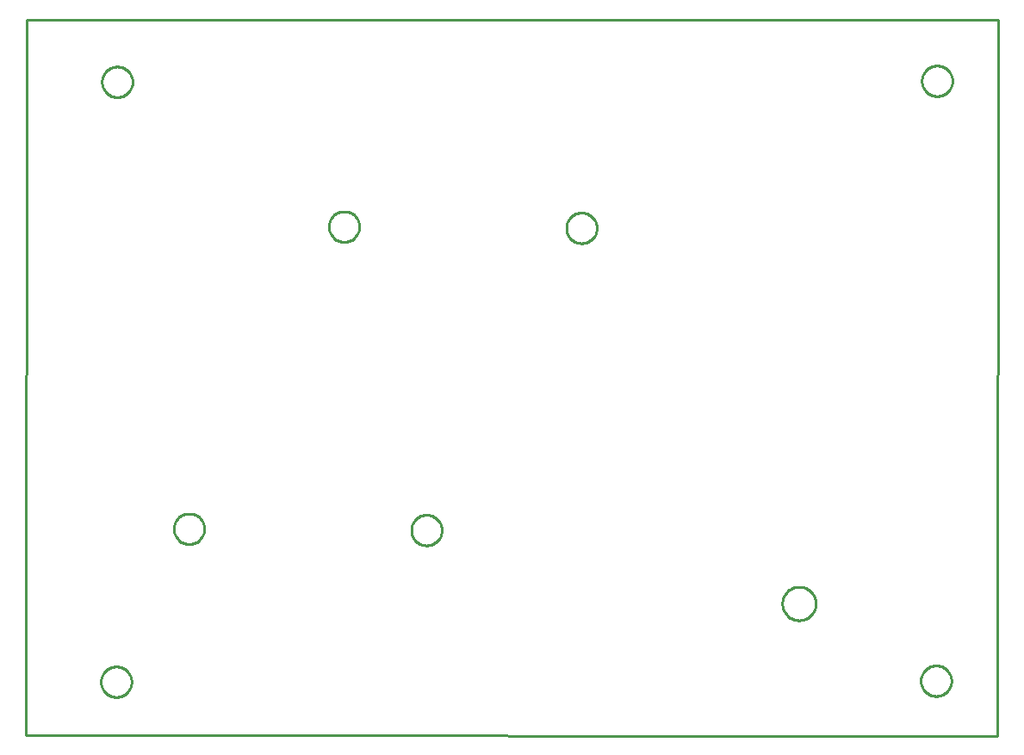
<source format=gbr>
G04 EAGLE Gerber RS-274X export*
G75*
%MOMM*%
%FSLAX34Y34*%
%LPD*%
%IN*%
%IPPOS*%
%AMOC8*
5,1,8,0,0,1.08239X$1,22.5*%
G01*
%ADD10C,0.254000*%


D10*
X-287000Y339400D02*
X668000Y339000D01*
X669000Y1043000D01*
X-286000Y1043400D01*
X-287000Y339400D01*
X-182000Y981464D02*
X-182000Y982536D01*
X-182076Y983604D01*
X-182229Y984665D01*
X-182457Y985712D01*
X-182759Y986740D01*
X-183133Y987744D01*
X-183578Y988719D01*
X-184092Y989659D01*
X-184671Y990560D01*
X-185313Y991418D01*
X-186015Y992228D01*
X-186772Y992985D01*
X-187582Y993687D01*
X-188440Y994329D01*
X-189341Y994908D01*
X-190281Y995422D01*
X-191256Y995867D01*
X-192260Y996241D01*
X-193288Y996543D01*
X-194335Y996771D01*
X-195396Y996924D01*
X-196464Y997000D01*
X-197536Y997000D01*
X-198604Y996924D01*
X-199665Y996771D01*
X-200712Y996543D01*
X-201740Y996241D01*
X-202744Y995867D01*
X-203719Y995422D01*
X-204659Y994908D01*
X-205560Y994329D01*
X-206418Y993687D01*
X-207228Y992985D01*
X-207985Y992228D01*
X-208687Y991418D01*
X-209329Y990560D01*
X-209908Y989659D01*
X-210422Y988719D01*
X-210867Y987744D01*
X-211241Y986740D01*
X-211543Y985712D01*
X-211771Y984665D01*
X-211924Y983604D01*
X-212000Y982536D01*
X-212000Y981464D01*
X-211924Y980396D01*
X-211771Y979335D01*
X-211543Y978288D01*
X-211241Y977260D01*
X-210867Y976256D01*
X-210422Y975281D01*
X-209908Y974341D01*
X-209329Y973440D01*
X-208687Y972582D01*
X-207985Y971772D01*
X-207228Y971015D01*
X-206418Y970313D01*
X-205560Y969671D01*
X-204659Y969092D01*
X-203719Y968578D01*
X-202744Y968133D01*
X-201740Y967759D01*
X-200712Y967457D01*
X-199665Y967229D01*
X-198604Y967076D01*
X-197536Y967000D01*
X-196464Y967000D01*
X-195396Y967076D01*
X-194335Y967229D01*
X-193288Y967457D01*
X-192260Y967759D01*
X-191256Y968133D01*
X-190281Y968578D01*
X-189341Y969092D01*
X-188440Y969671D01*
X-187582Y970313D01*
X-186772Y971015D01*
X-186015Y971772D01*
X-185313Y972582D01*
X-184671Y973440D01*
X-184092Y974341D01*
X-183578Y975281D01*
X-183133Y976256D01*
X-182759Y977260D01*
X-182457Y978288D01*
X-182229Y979335D01*
X-182076Y980396D01*
X-182000Y981464D01*
X623000Y392464D02*
X623000Y393536D01*
X622924Y394604D01*
X622771Y395665D01*
X622543Y396712D01*
X622241Y397740D01*
X621867Y398744D01*
X621422Y399719D01*
X620908Y400659D01*
X620329Y401560D01*
X619687Y402418D01*
X618985Y403228D01*
X618228Y403985D01*
X617418Y404687D01*
X616560Y405329D01*
X615659Y405908D01*
X614719Y406422D01*
X613744Y406867D01*
X612740Y407241D01*
X611712Y407543D01*
X610665Y407771D01*
X609604Y407924D01*
X608536Y408000D01*
X607464Y408000D01*
X606396Y407924D01*
X605335Y407771D01*
X604288Y407543D01*
X603260Y407241D01*
X602256Y406867D01*
X601281Y406422D01*
X600341Y405908D01*
X599440Y405329D01*
X598582Y404687D01*
X597772Y403985D01*
X597015Y403228D01*
X596313Y402418D01*
X595671Y401560D01*
X595092Y400659D01*
X594578Y399719D01*
X594133Y398744D01*
X593759Y397740D01*
X593457Y396712D01*
X593229Y395665D01*
X593076Y394604D01*
X593000Y393536D01*
X593000Y392464D01*
X593076Y391396D01*
X593229Y390335D01*
X593457Y389288D01*
X593759Y388260D01*
X594133Y387256D01*
X594578Y386281D01*
X595092Y385341D01*
X595671Y384440D01*
X596313Y383582D01*
X597015Y382772D01*
X597772Y382015D01*
X598582Y381313D01*
X599440Y380671D01*
X600341Y380092D01*
X601281Y379578D01*
X602256Y379133D01*
X603260Y378759D01*
X604288Y378457D01*
X605335Y378229D01*
X606396Y378076D01*
X607464Y378000D01*
X608536Y378000D01*
X609604Y378076D01*
X610665Y378229D01*
X611712Y378457D01*
X612740Y378759D01*
X613744Y379133D01*
X614719Y379578D01*
X615659Y380092D01*
X616560Y380671D01*
X617418Y381313D01*
X618228Y382015D01*
X618985Y382772D01*
X619687Y383582D01*
X620329Y384440D01*
X620908Y385341D01*
X621422Y386281D01*
X621867Y387256D01*
X622241Y388260D01*
X622543Y389288D01*
X622771Y390335D01*
X622924Y391396D01*
X623000Y392464D01*
X-183000Y391464D02*
X-183000Y392536D01*
X-183076Y393604D01*
X-183229Y394665D01*
X-183457Y395712D01*
X-183759Y396740D01*
X-184133Y397744D01*
X-184578Y398719D01*
X-185092Y399659D01*
X-185671Y400560D01*
X-186313Y401418D01*
X-187015Y402228D01*
X-187772Y402985D01*
X-188582Y403687D01*
X-189440Y404329D01*
X-190341Y404908D01*
X-191281Y405422D01*
X-192256Y405867D01*
X-193260Y406241D01*
X-194288Y406543D01*
X-195335Y406771D01*
X-196396Y406924D01*
X-197464Y407000D01*
X-198536Y407000D01*
X-199604Y406924D01*
X-200665Y406771D01*
X-201712Y406543D01*
X-202740Y406241D01*
X-203744Y405867D01*
X-204719Y405422D01*
X-205659Y404908D01*
X-206560Y404329D01*
X-207418Y403687D01*
X-208228Y402985D01*
X-208985Y402228D01*
X-209687Y401418D01*
X-210329Y400560D01*
X-210908Y399659D01*
X-211422Y398719D01*
X-211867Y397744D01*
X-212241Y396740D01*
X-212543Y395712D01*
X-212771Y394665D01*
X-212924Y393604D01*
X-213000Y392536D01*
X-213000Y391464D01*
X-212924Y390396D01*
X-212771Y389335D01*
X-212543Y388288D01*
X-212241Y387260D01*
X-211867Y386256D01*
X-211422Y385281D01*
X-210908Y384341D01*
X-210329Y383440D01*
X-209687Y382582D01*
X-208985Y381772D01*
X-208228Y381015D01*
X-207418Y380313D01*
X-206560Y379671D01*
X-205659Y379092D01*
X-204719Y378578D01*
X-203744Y378133D01*
X-202740Y377759D01*
X-201712Y377457D01*
X-200665Y377229D01*
X-199604Y377076D01*
X-198536Y377000D01*
X-197464Y377000D01*
X-196396Y377076D01*
X-195335Y377229D01*
X-194288Y377457D01*
X-193260Y377759D01*
X-192256Y378133D01*
X-191281Y378578D01*
X-190341Y379092D01*
X-189440Y379671D01*
X-188582Y380313D01*
X-187772Y381015D01*
X-187015Y381772D01*
X-186313Y382582D01*
X-185671Y383440D01*
X-185092Y384341D01*
X-184578Y385281D01*
X-184133Y386256D01*
X-183759Y387260D01*
X-183457Y388288D01*
X-183229Y389335D01*
X-183076Y390396D01*
X-183000Y391464D01*
X624000Y982464D02*
X624000Y983536D01*
X623924Y984604D01*
X623771Y985665D01*
X623543Y986712D01*
X623241Y987740D01*
X622867Y988744D01*
X622422Y989719D01*
X621908Y990659D01*
X621329Y991560D01*
X620687Y992418D01*
X619985Y993228D01*
X619228Y993985D01*
X618418Y994687D01*
X617560Y995329D01*
X616659Y995908D01*
X615719Y996422D01*
X614744Y996867D01*
X613740Y997241D01*
X612712Y997543D01*
X611665Y997771D01*
X610604Y997924D01*
X609536Y998000D01*
X608464Y998000D01*
X607396Y997924D01*
X606335Y997771D01*
X605288Y997543D01*
X604260Y997241D01*
X603256Y996867D01*
X602281Y996422D01*
X601341Y995908D01*
X600440Y995329D01*
X599582Y994687D01*
X598772Y993985D01*
X598015Y993228D01*
X597313Y992418D01*
X596671Y991560D01*
X596092Y990659D01*
X595578Y989719D01*
X595133Y988744D01*
X594759Y987740D01*
X594457Y986712D01*
X594229Y985665D01*
X594076Y984604D01*
X594000Y983536D01*
X594000Y982464D01*
X594076Y981396D01*
X594229Y980335D01*
X594457Y979288D01*
X594759Y978260D01*
X595133Y977256D01*
X595578Y976281D01*
X596092Y975341D01*
X596671Y974440D01*
X597313Y973582D01*
X598015Y972772D01*
X598772Y972015D01*
X599582Y971313D01*
X600440Y970671D01*
X601341Y970092D01*
X602281Y969578D01*
X603256Y969133D01*
X604260Y968759D01*
X605288Y968457D01*
X606335Y968229D01*
X607396Y968076D01*
X608464Y968000D01*
X609536Y968000D01*
X610604Y968076D01*
X611665Y968229D01*
X612712Y968457D01*
X613740Y968759D01*
X614744Y969133D01*
X615719Y969578D01*
X616659Y970092D01*
X617560Y970671D01*
X618418Y971313D01*
X619228Y972015D01*
X619985Y972772D01*
X620687Y973582D01*
X621329Y974440D01*
X621908Y975341D01*
X622422Y976281D01*
X622867Y977256D01*
X623241Y978260D01*
X623543Y979288D01*
X623771Y980335D01*
X623924Y981396D01*
X624000Y982464D01*
X258964Y823380D02*
X257896Y823456D01*
X256835Y823609D01*
X255788Y823837D01*
X254760Y824139D01*
X253756Y824513D01*
X252781Y824958D01*
X251841Y825472D01*
X250940Y826051D01*
X250082Y826693D01*
X249272Y827395D01*
X248515Y828152D01*
X247813Y828962D01*
X247171Y829820D01*
X246592Y830721D01*
X246078Y831661D01*
X245633Y832636D01*
X245259Y833640D01*
X244957Y834668D01*
X244729Y835715D01*
X244576Y836776D01*
X244500Y837844D01*
X244500Y838916D01*
X244576Y839984D01*
X244729Y841045D01*
X244957Y842092D01*
X245259Y843120D01*
X245633Y844124D01*
X246078Y845099D01*
X246592Y846039D01*
X247171Y846940D01*
X247813Y847798D01*
X248515Y848608D01*
X249272Y849365D01*
X250082Y850067D01*
X250940Y850709D01*
X251841Y851288D01*
X252781Y851802D01*
X253756Y852247D01*
X254760Y852621D01*
X255788Y852923D01*
X256835Y853151D01*
X257896Y853304D01*
X258964Y853380D01*
X260036Y853380D01*
X261104Y853304D01*
X262165Y853151D01*
X263212Y852923D01*
X264240Y852621D01*
X265244Y852247D01*
X266219Y851802D01*
X267159Y851288D01*
X268060Y850709D01*
X268918Y850067D01*
X269728Y849365D01*
X270485Y848608D01*
X271187Y847798D01*
X271829Y846940D01*
X272408Y846039D01*
X272922Y845099D01*
X273367Y844124D01*
X273741Y843120D01*
X274043Y842092D01*
X274271Y841045D01*
X274424Y839984D01*
X274500Y838916D01*
X274500Y837844D01*
X274424Y836776D01*
X274271Y835715D01*
X274043Y834668D01*
X273741Y833640D01*
X273367Y832636D01*
X272922Y831661D01*
X272408Y830721D01*
X271829Y829820D01*
X271187Y828962D01*
X270485Y828152D01*
X269728Y827395D01*
X268918Y826693D01*
X268060Y826051D01*
X267159Y825472D01*
X266219Y824958D01*
X265244Y824513D01*
X264240Y824139D01*
X263212Y823837D01*
X262165Y823609D01*
X261104Y823456D01*
X260036Y823380D01*
X258964Y823380D01*
X106564Y526200D02*
X105496Y526276D01*
X104435Y526429D01*
X103388Y526657D01*
X102360Y526959D01*
X101356Y527333D01*
X100381Y527778D01*
X99441Y528292D01*
X98540Y528871D01*
X97682Y529513D01*
X96872Y530215D01*
X96115Y530972D01*
X95413Y531782D01*
X94771Y532640D01*
X94192Y533541D01*
X93678Y534481D01*
X93233Y535456D01*
X92859Y536460D01*
X92557Y537488D01*
X92329Y538535D01*
X92176Y539596D01*
X92100Y540664D01*
X92100Y541736D01*
X92176Y542804D01*
X92329Y543865D01*
X92557Y544912D01*
X92859Y545940D01*
X93233Y546944D01*
X93678Y547919D01*
X94192Y548859D01*
X94771Y549760D01*
X95413Y550618D01*
X96115Y551428D01*
X96872Y552185D01*
X97682Y552887D01*
X98540Y553529D01*
X99441Y554108D01*
X100381Y554622D01*
X101356Y555067D01*
X102360Y555441D01*
X103388Y555743D01*
X104435Y555971D01*
X105496Y556124D01*
X106564Y556200D01*
X107636Y556200D01*
X108704Y556124D01*
X109765Y555971D01*
X110812Y555743D01*
X111840Y555441D01*
X112844Y555067D01*
X113819Y554622D01*
X114759Y554108D01*
X115660Y553529D01*
X116518Y552887D01*
X117328Y552185D01*
X118085Y551428D01*
X118787Y550618D01*
X119429Y549760D01*
X120008Y548859D01*
X120522Y547919D01*
X120967Y546944D01*
X121341Y545940D01*
X121643Y544912D01*
X121871Y543865D01*
X122024Y542804D01*
X122100Y541736D01*
X122100Y540664D01*
X122024Y539596D01*
X121871Y538535D01*
X121643Y537488D01*
X121341Y536460D01*
X120967Y535456D01*
X120522Y534481D01*
X120008Y533541D01*
X119429Y532640D01*
X118787Y531782D01*
X118085Y530972D01*
X117328Y530215D01*
X116518Y529513D01*
X115660Y528871D01*
X114759Y528292D01*
X113819Y527778D01*
X112844Y527333D01*
X111840Y526959D01*
X110812Y526657D01*
X109765Y526429D01*
X108704Y526276D01*
X107636Y526200D01*
X106564Y526200D01*
X25464Y824680D02*
X24396Y824756D01*
X23335Y824909D01*
X22288Y825137D01*
X21260Y825439D01*
X20256Y825813D01*
X19281Y826258D01*
X18341Y826772D01*
X17440Y827351D01*
X16582Y827993D01*
X15772Y828695D01*
X15015Y829452D01*
X14313Y830262D01*
X13671Y831120D01*
X13092Y832021D01*
X12578Y832961D01*
X12133Y833936D01*
X11759Y834940D01*
X11457Y835968D01*
X11229Y837015D01*
X11076Y838076D01*
X11000Y839144D01*
X11000Y840216D01*
X11076Y841284D01*
X11229Y842345D01*
X11457Y843392D01*
X11759Y844420D01*
X12133Y845424D01*
X12578Y846399D01*
X13092Y847339D01*
X13671Y848240D01*
X14313Y849098D01*
X15015Y849908D01*
X15772Y850665D01*
X16582Y851367D01*
X17440Y852009D01*
X18341Y852588D01*
X19281Y853102D01*
X20256Y853547D01*
X21260Y853921D01*
X22288Y854223D01*
X23335Y854451D01*
X24396Y854604D01*
X25464Y854680D01*
X26536Y854680D01*
X27604Y854604D01*
X28665Y854451D01*
X29712Y854223D01*
X30740Y853921D01*
X31744Y853547D01*
X32719Y853102D01*
X33659Y852588D01*
X34560Y852009D01*
X35418Y851367D01*
X36228Y850665D01*
X36985Y849908D01*
X37687Y849098D01*
X38329Y848240D01*
X38908Y847339D01*
X39422Y846399D01*
X39867Y845424D01*
X40241Y844420D01*
X40543Y843392D01*
X40771Y842345D01*
X40924Y841284D01*
X41000Y840216D01*
X41000Y839144D01*
X40924Y838076D01*
X40771Y837015D01*
X40543Y835968D01*
X40241Y834940D01*
X39867Y833936D01*
X39422Y832961D01*
X38908Y832021D01*
X38329Y831120D01*
X37687Y830262D01*
X36985Y829452D01*
X36228Y828695D01*
X35418Y827993D01*
X34560Y827351D01*
X33659Y826772D01*
X32719Y826258D01*
X31744Y825813D01*
X30740Y825439D01*
X29712Y825137D01*
X28665Y824909D01*
X27604Y824756D01*
X26536Y824680D01*
X25464Y824680D01*
X-126936Y527500D02*
X-128004Y527576D01*
X-129065Y527729D01*
X-130112Y527957D01*
X-131140Y528259D01*
X-132144Y528633D01*
X-133119Y529078D01*
X-134059Y529592D01*
X-134960Y530171D01*
X-135818Y530813D01*
X-136628Y531515D01*
X-137385Y532272D01*
X-138087Y533082D01*
X-138729Y533940D01*
X-139308Y534841D01*
X-139822Y535781D01*
X-140267Y536756D01*
X-140641Y537760D01*
X-140943Y538788D01*
X-141171Y539835D01*
X-141324Y540896D01*
X-141400Y541964D01*
X-141400Y543036D01*
X-141324Y544104D01*
X-141171Y545165D01*
X-140943Y546212D01*
X-140641Y547240D01*
X-140267Y548244D01*
X-139822Y549219D01*
X-139308Y550159D01*
X-138729Y551060D01*
X-138087Y551918D01*
X-137385Y552728D01*
X-136628Y553485D01*
X-135818Y554187D01*
X-134960Y554829D01*
X-134059Y555408D01*
X-133119Y555922D01*
X-132144Y556367D01*
X-131140Y556741D01*
X-130112Y557043D01*
X-129065Y557271D01*
X-128004Y557424D01*
X-126936Y557500D01*
X-125864Y557500D01*
X-124796Y557424D01*
X-123735Y557271D01*
X-122688Y557043D01*
X-121660Y556741D01*
X-120656Y556367D01*
X-119681Y555922D01*
X-118741Y555408D01*
X-117840Y554829D01*
X-116982Y554187D01*
X-116172Y553485D01*
X-115415Y552728D01*
X-114713Y551918D01*
X-114071Y551060D01*
X-113492Y550159D01*
X-112978Y549219D01*
X-112533Y548244D01*
X-112159Y547240D01*
X-111857Y546212D01*
X-111629Y545165D01*
X-111476Y544104D01*
X-111400Y543036D01*
X-111400Y541964D01*
X-111476Y540896D01*
X-111629Y539835D01*
X-111857Y538788D01*
X-112159Y537760D01*
X-112533Y536756D01*
X-112978Y535781D01*
X-113492Y534841D01*
X-114071Y533940D01*
X-114713Y533082D01*
X-115415Y532272D01*
X-116172Y531515D01*
X-116982Y530813D01*
X-117840Y530171D01*
X-118741Y529592D01*
X-119681Y529078D01*
X-120656Y528633D01*
X-121660Y528259D01*
X-122688Y527957D01*
X-123735Y527729D01*
X-124796Y527576D01*
X-125864Y527500D01*
X-126936Y527500D01*
X472720Y452490D02*
X471641Y452561D01*
X470569Y452702D01*
X469509Y452913D01*
X468465Y453192D01*
X467441Y453540D01*
X466443Y453954D01*
X465473Y454432D01*
X464537Y454972D01*
X463638Y455573D01*
X462781Y456231D01*
X461968Y456944D01*
X461204Y457708D01*
X460491Y458521D01*
X459833Y459378D01*
X459232Y460277D01*
X458692Y461213D01*
X458214Y462183D01*
X457800Y463181D01*
X457452Y464205D01*
X457173Y465249D01*
X456962Y466309D01*
X456821Y467381D01*
X456750Y468460D01*
X456750Y469540D01*
X456821Y470619D01*
X456962Y471691D01*
X457173Y472751D01*
X457452Y473795D01*
X457800Y474819D01*
X458214Y475817D01*
X458692Y476787D01*
X459232Y477723D01*
X459833Y478622D01*
X460491Y479479D01*
X461204Y480292D01*
X461968Y481057D01*
X462781Y481769D01*
X463638Y482427D01*
X464537Y483028D01*
X465473Y483568D01*
X466443Y484046D01*
X467441Y484460D01*
X468465Y484808D01*
X469509Y485087D01*
X470569Y485298D01*
X471641Y485439D01*
X472720Y485510D01*
X473800Y485510D01*
X474879Y485439D01*
X475951Y485298D01*
X477011Y485087D01*
X478055Y484808D01*
X479079Y484460D01*
X480077Y484046D01*
X481047Y483568D01*
X481983Y483028D01*
X482882Y482427D01*
X483739Y481769D01*
X484552Y481057D01*
X485317Y480292D01*
X486029Y479479D01*
X486687Y478622D01*
X487288Y477723D01*
X487828Y476787D01*
X488306Y475817D01*
X488720Y474819D01*
X489068Y473795D01*
X489347Y472751D01*
X489558Y471691D01*
X489699Y470619D01*
X489770Y469540D01*
X489770Y468460D01*
X489699Y467381D01*
X489558Y466309D01*
X489347Y465249D01*
X489068Y464205D01*
X488720Y463181D01*
X488306Y462183D01*
X487828Y461213D01*
X487288Y460277D01*
X486687Y459378D01*
X486029Y458521D01*
X485317Y457708D01*
X484552Y456944D01*
X483739Y456231D01*
X482882Y455573D01*
X481983Y454972D01*
X481047Y454432D01*
X480077Y453954D01*
X479079Y453540D01*
X478055Y453192D01*
X477011Y452913D01*
X475951Y452702D01*
X474879Y452561D01*
X473800Y452490D01*
X472720Y452490D01*
M02*

</source>
